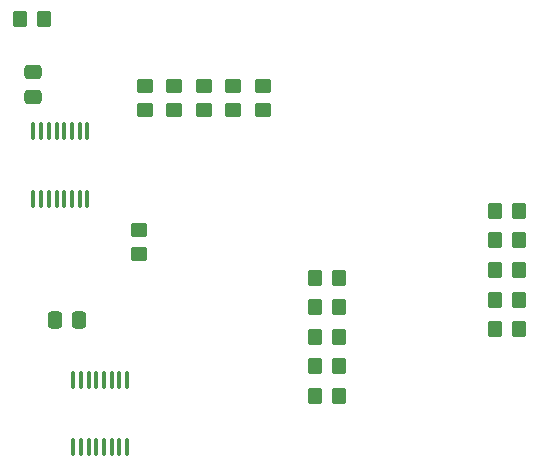
<source format=gtp>
%TF.GenerationSoftware,KiCad,Pcbnew,7.0.6*%
%TF.CreationDate,2023-07-13T14:40:27+02:00*%
%TF.ProjectId,RH_HeadLogicBoard_FreeJoy,52485f48-6561-4644-9c6f-676963426f61,rev?*%
%TF.SameCoordinates,Original*%
%TF.FileFunction,Paste,Top*%
%TF.FilePolarity,Positive*%
%FSLAX46Y46*%
G04 Gerber Fmt 4.6, Leading zero omitted, Abs format (unit mm)*
G04 Created by KiCad (PCBNEW 7.0.6) date 2023-07-13 14:40:27*
%MOMM*%
%LPD*%
G01*
G04 APERTURE LIST*
G04 Aperture macros list*
%AMRoundRect*
0 Rectangle with rounded corners*
0 $1 Rounding radius*
0 $2 $3 $4 $5 $6 $7 $8 $9 X,Y pos of 4 corners*
0 Add a 4 corners polygon primitive as box body*
4,1,4,$2,$3,$4,$5,$6,$7,$8,$9,$2,$3,0*
0 Add four circle primitives for the rounded corners*
1,1,$1+$1,$2,$3*
1,1,$1+$1,$4,$5*
1,1,$1+$1,$6,$7*
1,1,$1+$1,$8,$9*
0 Add four rect primitives between the rounded corners*
20,1,$1+$1,$2,$3,$4,$5,0*
20,1,$1+$1,$4,$5,$6,$7,0*
20,1,$1+$1,$6,$7,$8,$9,0*
20,1,$1+$1,$8,$9,$2,$3,0*%
G04 Aperture macros list end*
%ADD10RoundRect,0.250000X-0.350000X-0.450000X0.350000X-0.450000X0.350000X0.450000X-0.350000X0.450000X0*%
%ADD11RoundRect,0.250000X-0.337500X-0.475000X0.337500X-0.475000X0.337500X0.475000X-0.337500X0.475000X0*%
%ADD12RoundRect,0.250000X0.475000X-0.337500X0.475000X0.337500X-0.475000X0.337500X-0.475000X-0.337500X0*%
%ADD13RoundRect,0.250000X0.450000X-0.350000X0.450000X0.350000X-0.450000X0.350000X-0.450000X-0.350000X0*%
%ADD14RoundRect,0.250000X-0.450000X0.350000X-0.450000X-0.350000X0.450000X-0.350000X0.450000X0.350000X0*%
%ADD15RoundRect,0.100000X0.100000X-0.637500X0.100000X0.637500X-0.100000X0.637500X-0.100000X-0.637500X0*%
G04 APERTURE END LIST*
D10*
X57875000Y-65238000D03*
X59875000Y-65238000D03*
X57875000Y-62738000D03*
X59875000Y-62738000D03*
D11*
X35862500Y-58800000D03*
X37937500Y-58800000D03*
D12*
X34050000Y-39912500D03*
X34050000Y-37837500D03*
D10*
X73125000Y-49600000D03*
X75125000Y-49600000D03*
X57875000Y-60238000D03*
X59875000Y-60238000D03*
D13*
X45950000Y-41025000D03*
X45950000Y-39025000D03*
D10*
X73125000Y-57100000D03*
X75125000Y-57100000D03*
X73125000Y-54600000D03*
X75125000Y-54600000D03*
X73125000Y-52075000D03*
X75125000Y-52075000D03*
X57875000Y-57738000D03*
X59875000Y-57738000D03*
D13*
X50950000Y-41025000D03*
X50950000Y-39025000D03*
D10*
X73125000Y-59600000D03*
X75125000Y-59600000D03*
X32900000Y-33375000D03*
X34900000Y-33375000D03*
D13*
X48450000Y-41025000D03*
X48450000Y-39025000D03*
D10*
X57900000Y-55238000D03*
X59900000Y-55238000D03*
D13*
X53450000Y-41025000D03*
X53450000Y-39025000D03*
D14*
X43000000Y-51200000D03*
X43000000Y-53200000D03*
D15*
X37425000Y-69587500D03*
X38075000Y-69587500D03*
X38725000Y-69587500D03*
X39375000Y-69587500D03*
X40025000Y-69587500D03*
X40675000Y-69587500D03*
X41325000Y-69587500D03*
X41975000Y-69587500D03*
X41975000Y-63862500D03*
X41325000Y-63862500D03*
X40675000Y-63862500D03*
X40025000Y-63862500D03*
X39375000Y-63862500D03*
X38725000Y-63862500D03*
X38075000Y-63862500D03*
X37425000Y-63862500D03*
X34050000Y-48569000D03*
X34700000Y-48569000D03*
X35350000Y-48569000D03*
X36000000Y-48569000D03*
X36650000Y-48569000D03*
X37300000Y-48569000D03*
X37950000Y-48569000D03*
X38600000Y-48569000D03*
X38600000Y-42844000D03*
X37950000Y-42844000D03*
X37300000Y-42844000D03*
X36650000Y-42844000D03*
X36000000Y-42844000D03*
X35350000Y-42844000D03*
X34700000Y-42844000D03*
X34050000Y-42844000D03*
D13*
X43450000Y-41025000D03*
X43450000Y-39025000D03*
M02*

</source>
